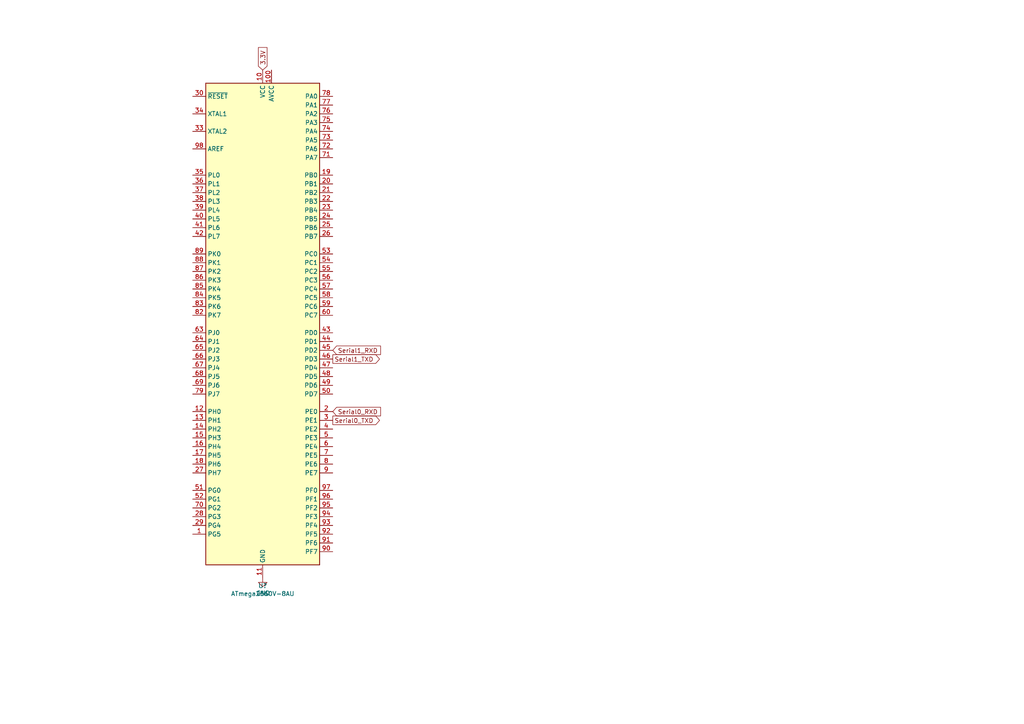
<source format=kicad_sch>
(kicad_sch (version 20211123) (generator eeschema)
  (paper "A4")
  (lib_symbols
    (symbol "MCU_Microchip_ATmega:ATmega2560V-8AU"
      (property "Reference" "U" (at 0 1.27 0))
      (property "Value" "MCU_Microchip_ATmega_ATmega2560V-8AU" (at 0 -1.27 0))
      (symbol "ATmega2560V-8AU_0_1"
        (rectangle (start -16.51 -69.85) (end 16.51 69.85) (stroke (width 0.254)) (fill (type background)))
      )
      (symbol "ATmega2560V-8AU_1_1"
        (pin bidirectional line (at -20.32 -60.96 0) (length 3.81) (name "PG5") (number "1"))
        (pin power_in line (at 0 73.66 270) (length 3.81) (name "VCC") (number "10"))
        (pin power_in line (at 2.54 73.66 270) (length 3.81) (name "AVCC") (number "100"))
        (pin power_in line (at 0 -73.66 90) (length 3.81) (name "GND") (number "11"))
        (pin bidirectional line (at -20.32 -25.4 0) (length 3.81) (name "PH0") (number "12"))
        (pin bidirectional line (at -20.32 -27.94 0) (length 3.81) (name "PH1") (number "13"))
        (pin bidirectional line (at -20.32 -30.48 0) (length 3.81) (name "PH2") (number "14"))
        (pin bidirectional line (at -20.32 -33.02 0) (length 3.81) (name "PH3") (number "15"))
        (pin bidirectional line (at -20.32 -35.56 0) (length 3.81) (name "PH4") (number "16"))
        (pin bidirectional line (at -20.32 -38.1 0) (length 3.81) (name "PH5") (number "17"))
        (pin bidirectional line (at -20.32 -40.64 0) (length 3.81) (name "PH6") (number "18"))
        (pin bidirectional line (at 20.32 43.18 180) (length 3.81) (name "PB0") (number "19"))
        (pin bidirectional line (at 20.32 -25.4 180) (length 3.81) (name "PE0") (number "2"))
        (pin bidirectional line (at 20.32 40.64 180) (length 3.81) (name "PB1") (number "20"))
        (pin bidirectional line (at 20.32 38.1 180) (length 3.81) (name "PB2") (number "21"))
        (pin bidirectional line (at 20.32 35.56 180) (length 3.81) (name "PB3") (number "22"))
        (pin bidirectional line (at 20.32 33.02 180) (length 3.81) (name "PB4") (number "23"))
        (pin bidirectional line (at 20.32 30.48 180) (length 3.81) (name "PB5") (number "24"))
        (pin bidirectional line (at 20.32 27.94 180) (length 3.81) (name "PB6") (number "25"))
        (pin bidirectional line (at 20.32 25.4 180) (length 3.81) (name "PB7") (number "26"))
        (pin bidirectional line (at -20.32 -43.18 0) (length 3.81) (name "PH7") (number "27"))
        (pin bidirectional line (at -20.32 -55.88 0) (length 3.81) (name "PG3") (number "28"))
        (pin bidirectional line (at -20.32 -58.42 0) (length 3.81) (name "PG4") (number "29"))
        (pin bidirectional line (at 20.32 -27.94 180) (length 3.81) (name "PE1") (number "3"))
        (pin input line (at -20.32 66.04 0) (length 3.81) (name "~{RESET}") (number "30"))
        (pin passive line (at 0 73.66 270) (length 3.81) hide (name "VCC") (number "31"))
        (pin passive line (at 0 -73.66 90) (length 3.81) hide (name "GND") (number "32"))
        (pin output line (at -20.32 55.88 0) (length 3.81) (name "XTAL2") (number "33"))
        (pin input line (at -20.32 60.96 0) (length 3.81) (name "XTAL1") (number "34"))
        (pin bidirectional line (at -20.32 43.18 0) (length 3.81) (name "PL0") (number "35"))
        (pin bidirectional line (at -20.32 40.64 0) (length 3.81) (name "PL1") (number "36"))
        (pin bidirectional line (at -20.32 38.1 0) (length 3.81) (name "PL2") (number "37"))
        (pin bidirectional line (at -20.32 35.56 0) (length 3.81) (name "PL3") (number "38"))
        (pin bidirectional line (at -20.32 33.02 0) (length 3.81) (name "PL4") (number "39"))
        (pin bidirectional line (at 20.32 -30.48 180) (length 3.81) (name "PE2") (number "4"))
        (pin bidirectional line (at -20.32 30.48 0) (length 3.81) (name "PL5") (number "40"))
        (pin bidirectional line (at -20.32 27.94 0) (length 3.81) (name "PL6") (number "41"))
        (pin bidirectional line (at -20.32 25.4 0) (length 3.81) (name "PL7") (number "42"))
        (pin bidirectional line (at 20.32 -2.54 180) (length 3.81) (name "PD0") (number "43"))
        (pin bidirectional line (at 20.32 -5.08 180) (length 3.81) (name "PD1") (number "44"))
        (pin bidirectional line (at 20.32 -7.62 180) (length 3.81) (name "PD2") (number "45"))
        (pin bidirectional line (at 20.32 -10.16 180) (length 3.81) (name "PD3") (number "46"))
        (pin bidirectional line (at 20.32 -12.7 180) (length 3.81) (name "PD4") (number "47"))
        (pin bidirectional line (at 20.32 -15.24 180) (length 3.81) (name "PD5") (number "48"))
        (pin bidirectional line (at 20.32 -17.78 180) (length 3.81) (name "PD6") (number "49"))
        (pin bidirectional line (at 20.32 -33.02 180) (length 3.81) (name "PE3") (number "5"))
        (pin bidirectional line (at 20.32 -20.32 180) (length 3.81) (name "PD7") (number "50"))
        (pin bidirectional line (at -20.32 -48.26 0) (length 3.81) (name "PG0") (number "51"))
        (pin bidirectional line (at -20.32 -50.8 0) (length 3.81) (name "PG1") (number "52"))
        (pin bidirectional line (at 20.32 20.32 180) (length 3.81) (name "PC0") (number "53"))
        (pin bidirectional line (at 20.32 17.78 180) (length 3.81) (name "PC1") (number "54"))
        (pin bidirectional line (at 20.32 15.24 180) (length 3.81) (name "PC2") (number "55"))
        (pin bidirectional line (at 20.32 12.7 180) (length 3.81) (name "PC3") (number "56"))
        (pin bidirectional line (at 20.32 10.16 180) (length 3.81) (name "PC4") (number "57"))
        (pin bidirectional line (at 20.32 7.62 180) (length 3.81) (name "PC5") (number "58"))
        (pin bidirectional line (at 20.32 5.08 180) (length 3.81) (name "PC6") (number "59"))
        (pin bidirectional line (at 20.32 -35.56 180) (length 3.81) (name "PE4") (number "6"))
        (pin bidirectional line (at 20.32 2.54 180) (length 3.81) (name "PC7") (number "60"))
        (pin passive line (at 0 73.66 270) (length 3.81) hide (name "VCC") (number "61"))
        (pin passive line (at 0 -73.66 90) (length 3.81) hide (name "GND") (number "62"))
        (pin bidirectional line (at -20.32 -2.54 0) (length 3.81) (name "PJ0") (number "63"))
        (pin bidirectional line (at -20.32 -5.08 0) (length 3.81) (name "PJ1") (number "64"))
        (pin bidirectional line (at -20.32 -7.62 0) (length 3.81) (name "PJ2") (number "65"))
        (pin bidirectional line (at -20.32 -10.16 0) (length 3.81) (name "PJ3") (number "66"))
        (pin bidirectional line (at -20.32 -12.7 0) (length 3.81) (name "PJ4") (number "67"))
        (pin bidirectional line (at -20.32 -15.24 0) (length 3.81) (name "PJ5") (number "68"))
        (pin bidirectional line (at -20.32 -17.78 0) (length 3.81) (name "PJ6") (number "69"))
        (pin bidirectional line (at 20.32 -38.1 180) (length 3.81) (name "PE5") (number "7"))
        (pin bidirectional line (at -20.32 -53.34 0) (length 3.81) (name "PG2") (number "70"))
        (pin bidirectional line (at 20.32 48.26 180) (length 3.81) (name "PA7") (number "71"))
        (pin bidirectional line (at 20.32 50.8 180) (length 3.81) (name "PA6") (number "72"))
        (pin bidirectional line (at 20.32 53.34 180) (length 3.81) (name "PA5") (number "73"))
        (pin bidirectional line (at 20.32 55.88 180) (length 3.81) (name "PA4") (number "74"))
        (pin bidirectional line (at 20.32 58.42 180) (length 3.81) (name "PA3") (number "75"))
        (pin bidirectional line (at 20.32 60.96 180) (length 3.81) (name "PA2") (number "76"))
        (pin bidirectional line (at 20.32 63.5 180) (length 3.81) (name "PA1") (number "77"))
        (pin bidirectional line (at 20.32 66.04 180) (length 3.81) (name "PA0") (number "78"))
        (pin bidirectional line (at -20.32 -20.32 0) (length 3.81) (name "PJ7") (number "79"))
        (pin bidirectional line (at 20.32 -40.64 180) (length 3.81) (name "PE6") (number "8"))
        (pin passive line (at 0 73.66 270) (length 3.81) hide (name "VCC") (number "80"))
        (pin passive line (at 0 -73.66 90) (length 3.81) hide (name "GND") (number "81"))
        (pin bidirectional line (at -20.32 2.54 0) (length 3.81) (name "PK7") (number "82"))
        (pin bidirectional line (at -20.32 5.08 0) (length 3.81) (name "PK6") (number "83"))
        (pin bidirectional line (at -20.32 7.62 0) (length 3.81) (name "PK5") (number "84"))
        (pin bidirectional line (at -20.32 10.16 0) (length 3.81) (name "PK4") (number "85"))
        (pin bidirectional line (at -20.32 12.7 0) (length 3.81) (name "PK3") (number "86"))
        (pin bidirectional line (at -20.32 15.24 0) (length 3.81) (name "PK2") (number "87"))
        (pin bidirectional line (at -20.32 17.78 0) (length 3.81) (name "PK1") (number "88"))
        (pin bidirectional line (at -20.32 20.32 0) (length 3.81) (name "PK0") (number "89"))
        (pin bidirectional line (at 20.32 -43.18 180) (length 3.81) (name "PE7") (number "9"))
        (pin bidirectional line (at 20.32 -66.04 180) (length 3.81) (name "PF7") (number "90"))
        (pin bidirectional line (at 20.32 -63.5 180) (length 3.81) (name "PF6") (number "91"))
        (pin bidirectional line (at 20.32 -60.96 180) (length 3.81) (name "PF5") (number "92"))
        (pin bidirectional line (at 20.32 -58.42 180) (length 3.81) (name "PF4") (number "93"))
        (pin bidirectional line (at 20.32 -55.88 180) (length 3.81) (name "PF3") (number "94"))
        (pin bidirectional line (at 20.32 -53.34 180) (length 3.81) (name "PF2") (number "95"))
        (pin bidirectional line (at 20.32 -50.8 180) (length 3.81) (name "PF1") (number "96"))
        (pin bidirectional line (at 20.32 -48.26 180) (length 3.81) (name "PF0") (number "97"))
        (pin passive line (at -20.32 50.8 0) (length 3.81) (name "AREF") (number "98"))
        (pin passive line (at 0 -73.66 90) (length 3.81) hide (name "GND") (number "99"))
      )
    )
    (symbol "power:GND" (power) (pin_names (offset 0))
      (property "Value" "GND" (at 0 -3.81 0))
      (symbol "GND_0_1"
        (polyline (pts (xy 0 0) (xy 0 -1.27) (xy 1.27 -1.27) (xy 0 -2.54) (xy -1.27 -1.27) (xy 0 -1.27)))
      )
      (symbol "GND_1_1"
        (pin power_in line (at 0 0 270) (length 0) hide (name "GND") (number "1"))
      )
    )
  )
  (global_label "Serial1_TXD" (shape output) (at 96.52 104.14 0) (property "Intersheet References" "${INTERSHEET_REFS}" (effects hide)))
  (global_label "3.3V" (shape input) (at 76.2 20.32 90) (property "Intersheet References" "${INTERSHEET_REFS}" (effects hide)))
  (global_label "Serial0_RXD" (shape input) (at 96.52 119.38 0) (property "Intersheet References" "${INTERSHEET_REFS}" (effects hide)))
  (global_label "Serial0_TXD" (shape output) (at 96.52 121.92 0) (property "Intersheet References" "${INTERSHEET_REFS}" (effects hide)))
  (global_label "Serial1_RXD" (shape input) (at 96.52 101.6 0) (property "Intersheet References" "${INTERSHEET_REFS}" (effects hide)))
  (symbol (lib_id "MCU_Microchip_ATmega:ATmega2560V-8AU") (at 76.2 93.98 0) (unit 1)
    (property "Reference" "U?" (at 76.2 169.9006 0))
    (property "Value" "ATmega2560V-8AU" (at 76.2 172.212 0))
    (property "Footprint" "Package_QFP:TQFP-100_14x14mm_P0.5mm" (effects hide))
    (property "Datasheet" "http://ww1.microchip.com/downloads/en/DeviceDoc/Atmel-2549-8-bit-AVR-Microcontroller-ATmega640-1280-1281-2560-2561_datasheet.pdf" (effects hide))
  )
  (symbol (lib_id "power:GND") (at 76.2 167.64 0) (unit 1)
    (property "Reference" "#PWR?" (effects hide))
    (property "Value" "GND" (at 76.327 172.0342 0))
  )
)
</source>
